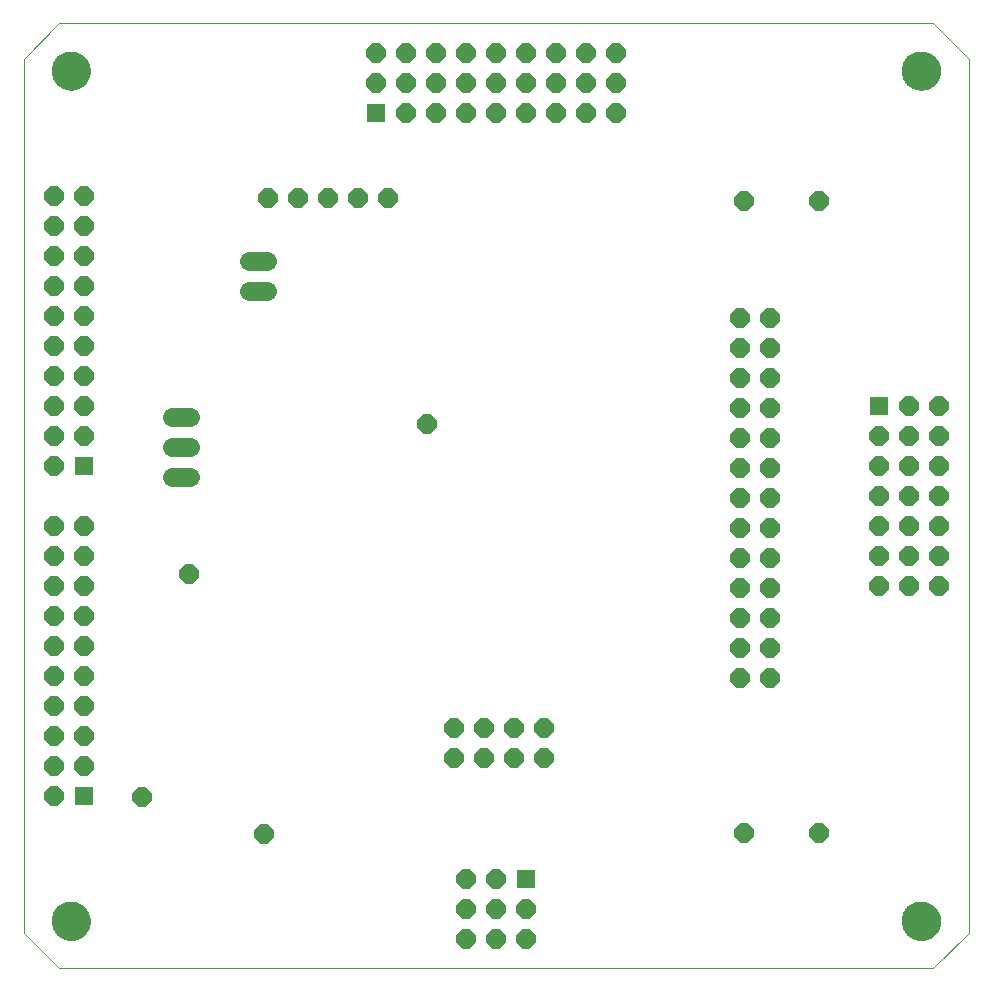
<source format=gbs>
G75*
%MOIN*%
%OFA0B0*%
%FSLAX25Y25*%
%IPPOS*%
%LPD*%
%AMOC8*
5,1,8,0,0,1.08239X$1,22.5*
%
%ADD10C,0.00000*%
%ADD11C,0.12998*%
%ADD12OC8,0.06400*%
%ADD13R,0.06400X0.06400*%
%ADD14C,0.06400*%
D10*
X0024111Y0035100D02*
X0012300Y0046911D01*
X0012300Y0338250D01*
X0024111Y0350061D01*
X0315450Y0350061D01*
X0327261Y0338250D01*
X0327261Y0046911D01*
X0315450Y0035100D01*
X0024111Y0035100D01*
X0021749Y0050848D02*
X0021751Y0051006D01*
X0021757Y0051164D01*
X0021767Y0051322D01*
X0021781Y0051480D01*
X0021799Y0051637D01*
X0021820Y0051794D01*
X0021846Y0051950D01*
X0021876Y0052106D01*
X0021909Y0052261D01*
X0021947Y0052414D01*
X0021988Y0052567D01*
X0022033Y0052719D01*
X0022082Y0052870D01*
X0022135Y0053019D01*
X0022191Y0053167D01*
X0022251Y0053313D01*
X0022315Y0053458D01*
X0022383Y0053601D01*
X0022454Y0053743D01*
X0022528Y0053883D01*
X0022606Y0054020D01*
X0022688Y0054156D01*
X0022772Y0054290D01*
X0022861Y0054421D01*
X0022952Y0054550D01*
X0023047Y0054677D01*
X0023144Y0054802D01*
X0023245Y0054924D01*
X0023349Y0055043D01*
X0023456Y0055160D01*
X0023566Y0055274D01*
X0023679Y0055385D01*
X0023794Y0055494D01*
X0023912Y0055599D01*
X0024033Y0055701D01*
X0024156Y0055801D01*
X0024282Y0055897D01*
X0024410Y0055990D01*
X0024540Y0056080D01*
X0024673Y0056166D01*
X0024808Y0056250D01*
X0024944Y0056329D01*
X0025083Y0056406D01*
X0025224Y0056478D01*
X0025366Y0056548D01*
X0025510Y0056613D01*
X0025656Y0056675D01*
X0025803Y0056733D01*
X0025952Y0056788D01*
X0026102Y0056839D01*
X0026253Y0056886D01*
X0026405Y0056929D01*
X0026558Y0056968D01*
X0026713Y0057004D01*
X0026868Y0057035D01*
X0027024Y0057063D01*
X0027180Y0057087D01*
X0027337Y0057107D01*
X0027495Y0057123D01*
X0027652Y0057135D01*
X0027811Y0057143D01*
X0027969Y0057147D01*
X0028127Y0057147D01*
X0028285Y0057143D01*
X0028444Y0057135D01*
X0028601Y0057123D01*
X0028759Y0057107D01*
X0028916Y0057087D01*
X0029072Y0057063D01*
X0029228Y0057035D01*
X0029383Y0057004D01*
X0029538Y0056968D01*
X0029691Y0056929D01*
X0029843Y0056886D01*
X0029994Y0056839D01*
X0030144Y0056788D01*
X0030293Y0056733D01*
X0030440Y0056675D01*
X0030586Y0056613D01*
X0030730Y0056548D01*
X0030872Y0056478D01*
X0031013Y0056406D01*
X0031152Y0056329D01*
X0031288Y0056250D01*
X0031423Y0056166D01*
X0031556Y0056080D01*
X0031686Y0055990D01*
X0031814Y0055897D01*
X0031940Y0055801D01*
X0032063Y0055701D01*
X0032184Y0055599D01*
X0032302Y0055494D01*
X0032417Y0055385D01*
X0032530Y0055274D01*
X0032640Y0055160D01*
X0032747Y0055043D01*
X0032851Y0054924D01*
X0032952Y0054802D01*
X0033049Y0054677D01*
X0033144Y0054550D01*
X0033235Y0054421D01*
X0033324Y0054290D01*
X0033408Y0054156D01*
X0033490Y0054020D01*
X0033568Y0053883D01*
X0033642Y0053743D01*
X0033713Y0053601D01*
X0033781Y0053458D01*
X0033845Y0053313D01*
X0033905Y0053167D01*
X0033961Y0053019D01*
X0034014Y0052870D01*
X0034063Y0052719D01*
X0034108Y0052567D01*
X0034149Y0052414D01*
X0034187Y0052261D01*
X0034220Y0052106D01*
X0034250Y0051950D01*
X0034276Y0051794D01*
X0034297Y0051637D01*
X0034315Y0051480D01*
X0034329Y0051322D01*
X0034339Y0051164D01*
X0034345Y0051006D01*
X0034347Y0050848D01*
X0034345Y0050690D01*
X0034339Y0050532D01*
X0034329Y0050374D01*
X0034315Y0050216D01*
X0034297Y0050059D01*
X0034276Y0049902D01*
X0034250Y0049746D01*
X0034220Y0049590D01*
X0034187Y0049435D01*
X0034149Y0049282D01*
X0034108Y0049129D01*
X0034063Y0048977D01*
X0034014Y0048826D01*
X0033961Y0048677D01*
X0033905Y0048529D01*
X0033845Y0048383D01*
X0033781Y0048238D01*
X0033713Y0048095D01*
X0033642Y0047953D01*
X0033568Y0047813D01*
X0033490Y0047676D01*
X0033408Y0047540D01*
X0033324Y0047406D01*
X0033235Y0047275D01*
X0033144Y0047146D01*
X0033049Y0047019D01*
X0032952Y0046894D01*
X0032851Y0046772D01*
X0032747Y0046653D01*
X0032640Y0046536D01*
X0032530Y0046422D01*
X0032417Y0046311D01*
X0032302Y0046202D01*
X0032184Y0046097D01*
X0032063Y0045995D01*
X0031940Y0045895D01*
X0031814Y0045799D01*
X0031686Y0045706D01*
X0031556Y0045616D01*
X0031423Y0045530D01*
X0031288Y0045446D01*
X0031152Y0045367D01*
X0031013Y0045290D01*
X0030872Y0045218D01*
X0030730Y0045148D01*
X0030586Y0045083D01*
X0030440Y0045021D01*
X0030293Y0044963D01*
X0030144Y0044908D01*
X0029994Y0044857D01*
X0029843Y0044810D01*
X0029691Y0044767D01*
X0029538Y0044728D01*
X0029383Y0044692D01*
X0029228Y0044661D01*
X0029072Y0044633D01*
X0028916Y0044609D01*
X0028759Y0044589D01*
X0028601Y0044573D01*
X0028444Y0044561D01*
X0028285Y0044553D01*
X0028127Y0044549D01*
X0027969Y0044549D01*
X0027811Y0044553D01*
X0027652Y0044561D01*
X0027495Y0044573D01*
X0027337Y0044589D01*
X0027180Y0044609D01*
X0027024Y0044633D01*
X0026868Y0044661D01*
X0026713Y0044692D01*
X0026558Y0044728D01*
X0026405Y0044767D01*
X0026253Y0044810D01*
X0026102Y0044857D01*
X0025952Y0044908D01*
X0025803Y0044963D01*
X0025656Y0045021D01*
X0025510Y0045083D01*
X0025366Y0045148D01*
X0025224Y0045218D01*
X0025083Y0045290D01*
X0024944Y0045367D01*
X0024808Y0045446D01*
X0024673Y0045530D01*
X0024540Y0045616D01*
X0024410Y0045706D01*
X0024282Y0045799D01*
X0024156Y0045895D01*
X0024033Y0045995D01*
X0023912Y0046097D01*
X0023794Y0046202D01*
X0023679Y0046311D01*
X0023566Y0046422D01*
X0023456Y0046536D01*
X0023349Y0046653D01*
X0023245Y0046772D01*
X0023144Y0046894D01*
X0023047Y0047019D01*
X0022952Y0047146D01*
X0022861Y0047275D01*
X0022772Y0047406D01*
X0022688Y0047540D01*
X0022606Y0047676D01*
X0022528Y0047813D01*
X0022454Y0047953D01*
X0022383Y0048095D01*
X0022315Y0048238D01*
X0022251Y0048383D01*
X0022191Y0048529D01*
X0022135Y0048677D01*
X0022082Y0048826D01*
X0022033Y0048977D01*
X0021988Y0049129D01*
X0021947Y0049282D01*
X0021909Y0049435D01*
X0021876Y0049590D01*
X0021846Y0049746D01*
X0021820Y0049902D01*
X0021799Y0050059D01*
X0021781Y0050216D01*
X0021767Y0050374D01*
X0021757Y0050532D01*
X0021751Y0050690D01*
X0021749Y0050848D01*
X0021749Y0334313D02*
X0021751Y0334471D01*
X0021757Y0334629D01*
X0021767Y0334787D01*
X0021781Y0334945D01*
X0021799Y0335102D01*
X0021820Y0335259D01*
X0021846Y0335415D01*
X0021876Y0335571D01*
X0021909Y0335726D01*
X0021947Y0335879D01*
X0021988Y0336032D01*
X0022033Y0336184D01*
X0022082Y0336335D01*
X0022135Y0336484D01*
X0022191Y0336632D01*
X0022251Y0336778D01*
X0022315Y0336923D01*
X0022383Y0337066D01*
X0022454Y0337208D01*
X0022528Y0337348D01*
X0022606Y0337485D01*
X0022688Y0337621D01*
X0022772Y0337755D01*
X0022861Y0337886D01*
X0022952Y0338015D01*
X0023047Y0338142D01*
X0023144Y0338267D01*
X0023245Y0338389D01*
X0023349Y0338508D01*
X0023456Y0338625D01*
X0023566Y0338739D01*
X0023679Y0338850D01*
X0023794Y0338959D01*
X0023912Y0339064D01*
X0024033Y0339166D01*
X0024156Y0339266D01*
X0024282Y0339362D01*
X0024410Y0339455D01*
X0024540Y0339545D01*
X0024673Y0339631D01*
X0024808Y0339715D01*
X0024944Y0339794D01*
X0025083Y0339871D01*
X0025224Y0339943D01*
X0025366Y0340013D01*
X0025510Y0340078D01*
X0025656Y0340140D01*
X0025803Y0340198D01*
X0025952Y0340253D01*
X0026102Y0340304D01*
X0026253Y0340351D01*
X0026405Y0340394D01*
X0026558Y0340433D01*
X0026713Y0340469D01*
X0026868Y0340500D01*
X0027024Y0340528D01*
X0027180Y0340552D01*
X0027337Y0340572D01*
X0027495Y0340588D01*
X0027652Y0340600D01*
X0027811Y0340608D01*
X0027969Y0340612D01*
X0028127Y0340612D01*
X0028285Y0340608D01*
X0028444Y0340600D01*
X0028601Y0340588D01*
X0028759Y0340572D01*
X0028916Y0340552D01*
X0029072Y0340528D01*
X0029228Y0340500D01*
X0029383Y0340469D01*
X0029538Y0340433D01*
X0029691Y0340394D01*
X0029843Y0340351D01*
X0029994Y0340304D01*
X0030144Y0340253D01*
X0030293Y0340198D01*
X0030440Y0340140D01*
X0030586Y0340078D01*
X0030730Y0340013D01*
X0030872Y0339943D01*
X0031013Y0339871D01*
X0031152Y0339794D01*
X0031288Y0339715D01*
X0031423Y0339631D01*
X0031556Y0339545D01*
X0031686Y0339455D01*
X0031814Y0339362D01*
X0031940Y0339266D01*
X0032063Y0339166D01*
X0032184Y0339064D01*
X0032302Y0338959D01*
X0032417Y0338850D01*
X0032530Y0338739D01*
X0032640Y0338625D01*
X0032747Y0338508D01*
X0032851Y0338389D01*
X0032952Y0338267D01*
X0033049Y0338142D01*
X0033144Y0338015D01*
X0033235Y0337886D01*
X0033324Y0337755D01*
X0033408Y0337621D01*
X0033490Y0337485D01*
X0033568Y0337348D01*
X0033642Y0337208D01*
X0033713Y0337066D01*
X0033781Y0336923D01*
X0033845Y0336778D01*
X0033905Y0336632D01*
X0033961Y0336484D01*
X0034014Y0336335D01*
X0034063Y0336184D01*
X0034108Y0336032D01*
X0034149Y0335879D01*
X0034187Y0335726D01*
X0034220Y0335571D01*
X0034250Y0335415D01*
X0034276Y0335259D01*
X0034297Y0335102D01*
X0034315Y0334945D01*
X0034329Y0334787D01*
X0034339Y0334629D01*
X0034345Y0334471D01*
X0034347Y0334313D01*
X0034345Y0334155D01*
X0034339Y0333997D01*
X0034329Y0333839D01*
X0034315Y0333681D01*
X0034297Y0333524D01*
X0034276Y0333367D01*
X0034250Y0333211D01*
X0034220Y0333055D01*
X0034187Y0332900D01*
X0034149Y0332747D01*
X0034108Y0332594D01*
X0034063Y0332442D01*
X0034014Y0332291D01*
X0033961Y0332142D01*
X0033905Y0331994D01*
X0033845Y0331848D01*
X0033781Y0331703D01*
X0033713Y0331560D01*
X0033642Y0331418D01*
X0033568Y0331278D01*
X0033490Y0331141D01*
X0033408Y0331005D01*
X0033324Y0330871D01*
X0033235Y0330740D01*
X0033144Y0330611D01*
X0033049Y0330484D01*
X0032952Y0330359D01*
X0032851Y0330237D01*
X0032747Y0330118D01*
X0032640Y0330001D01*
X0032530Y0329887D01*
X0032417Y0329776D01*
X0032302Y0329667D01*
X0032184Y0329562D01*
X0032063Y0329460D01*
X0031940Y0329360D01*
X0031814Y0329264D01*
X0031686Y0329171D01*
X0031556Y0329081D01*
X0031423Y0328995D01*
X0031288Y0328911D01*
X0031152Y0328832D01*
X0031013Y0328755D01*
X0030872Y0328683D01*
X0030730Y0328613D01*
X0030586Y0328548D01*
X0030440Y0328486D01*
X0030293Y0328428D01*
X0030144Y0328373D01*
X0029994Y0328322D01*
X0029843Y0328275D01*
X0029691Y0328232D01*
X0029538Y0328193D01*
X0029383Y0328157D01*
X0029228Y0328126D01*
X0029072Y0328098D01*
X0028916Y0328074D01*
X0028759Y0328054D01*
X0028601Y0328038D01*
X0028444Y0328026D01*
X0028285Y0328018D01*
X0028127Y0328014D01*
X0027969Y0328014D01*
X0027811Y0328018D01*
X0027652Y0328026D01*
X0027495Y0328038D01*
X0027337Y0328054D01*
X0027180Y0328074D01*
X0027024Y0328098D01*
X0026868Y0328126D01*
X0026713Y0328157D01*
X0026558Y0328193D01*
X0026405Y0328232D01*
X0026253Y0328275D01*
X0026102Y0328322D01*
X0025952Y0328373D01*
X0025803Y0328428D01*
X0025656Y0328486D01*
X0025510Y0328548D01*
X0025366Y0328613D01*
X0025224Y0328683D01*
X0025083Y0328755D01*
X0024944Y0328832D01*
X0024808Y0328911D01*
X0024673Y0328995D01*
X0024540Y0329081D01*
X0024410Y0329171D01*
X0024282Y0329264D01*
X0024156Y0329360D01*
X0024033Y0329460D01*
X0023912Y0329562D01*
X0023794Y0329667D01*
X0023679Y0329776D01*
X0023566Y0329887D01*
X0023456Y0330001D01*
X0023349Y0330118D01*
X0023245Y0330237D01*
X0023144Y0330359D01*
X0023047Y0330484D01*
X0022952Y0330611D01*
X0022861Y0330740D01*
X0022772Y0330871D01*
X0022688Y0331005D01*
X0022606Y0331141D01*
X0022528Y0331278D01*
X0022454Y0331418D01*
X0022383Y0331560D01*
X0022315Y0331703D01*
X0022251Y0331848D01*
X0022191Y0331994D01*
X0022135Y0332142D01*
X0022082Y0332291D01*
X0022033Y0332442D01*
X0021988Y0332594D01*
X0021947Y0332747D01*
X0021909Y0332900D01*
X0021876Y0333055D01*
X0021846Y0333211D01*
X0021820Y0333367D01*
X0021799Y0333524D01*
X0021781Y0333681D01*
X0021767Y0333839D01*
X0021757Y0333997D01*
X0021751Y0334155D01*
X0021749Y0334313D01*
X0305214Y0334313D02*
X0305216Y0334471D01*
X0305222Y0334629D01*
X0305232Y0334787D01*
X0305246Y0334945D01*
X0305264Y0335102D01*
X0305285Y0335259D01*
X0305311Y0335415D01*
X0305341Y0335571D01*
X0305374Y0335726D01*
X0305412Y0335879D01*
X0305453Y0336032D01*
X0305498Y0336184D01*
X0305547Y0336335D01*
X0305600Y0336484D01*
X0305656Y0336632D01*
X0305716Y0336778D01*
X0305780Y0336923D01*
X0305848Y0337066D01*
X0305919Y0337208D01*
X0305993Y0337348D01*
X0306071Y0337485D01*
X0306153Y0337621D01*
X0306237Y0337755D01*
X0306326Y0337886D01*
X0306417Y0338015D01*
X0306512Y0338142D01*
X0306609Y0338267D01*
X0306710Y0338389D01*
X0306814Y0338508D01*
X0306921Y0338625D01*
X0307031Y0338739D01*
X0307144Y0338850D01*
X0307259Y0338959D01*
X0307377Y0339064D01*
X0307498Y0339166D01*
X0307621Y0339266D01*
X0307747Y0339362D01*
X0307875Y0339455D01*
X0308005Y0339545D01*
X0308138Y0339631D01*
X0308273Y0339715D01*
X0308409Y0339794D01*
X0308548Y0339871D01*
X0308689Y0339943D01*
X0308831Y0340013D01*
X0308975Y0340078D01*
X0309121Y0340140D01*
X0309268Y0340198D01*
X0309417Y0340253D01*
X0309567Y0340304D01*
X0309718Y0340351D01*
X0309870Y0340394D01*
X0310023Y0340433D01*
X0310178Y0340469D01*
X0310333Y0340500D01*
X0310489Y0340528D01*
X0310645Y0340552D01*
X0310802Y0340572D01*
X0310960Y0340588D01*
X0311117Y0340600D01*
X0311276Y0340608D01*
X0311434Y0340612D01*
X0311592Y0340612D01*
X0311750Y0340608D01*
X0311909Y0340600D01*
X0312066Y0340588D01*
X0312224Y0340572D01*
X0312381Y0340552D01*
X0312537Y0340528D01*
X0312693Y0340500D01*
X0312848Y0340469D01*
X0313003Y0340433D01*
X0313156Y0340394D01*
X0313308Y0340351D01*
X0313459Y0340304D01*
X0313609Y0340253D01*
X0313758Y0340198D01*
X0313905Y0340140D01*
X0314051Y0340078D01*
X0314195Y0340013D01*
X0314337Y0339943D01*
X0314478Y0339871D01*
X0314617Y0339794D01*
X0314753Y0339715D01*
X0314888Y0339631D01*
X0315021Y0339545D01*
X0315151Y0339455D01*
X0315279Y0339362D01*
X0315405Y0339266D01*
X0315528Y0339166D01*
X0315649Y0339064D01*
X0315767Y0338959D01*
X0315882Y0338850D01*
X0315995Y0338739D01*
X0316105Y0338625D01*
X0316212Y0338508D01*
X0316316Y0338389D01*
X0316417Y0338267D01*
X0316514Y0338142D01*
X0316609Y0338015D01*
X0316700Y0337886D01*
X0316789Y0337755D01*
X0316873Y0337621D01*
X0316955Y0337485D01*
X0317033Y0337348D01*
X0317107Y0337208D01*
X0317178Y0337066D01*
X0317246Y0336923D01*
X0317310Y0336778D01*
X0317370Y0336632D01*
X0317426Y0336484D01*
X0317479Y0336335D01*
X0317528Y0336184D01*
X0317573Y0336032D01*
X0317614Y0335879D01*
X0317652Y0335726D01*
X0317685Y0335571D01*
X0317715Y0335415D01*
X0317741Y0335259D01*
X0317762Y0335102D01*
X0317780Y0334945D01*
X0317794Y0334787D01*
X0317804Y0334629D01*
X0317810Y0334471D01*
X0317812Y0334313D01*
X0317810Y0334155D01*
X0317804Y0333997D01*
X0317794Y0333839D01*
X0317780Y0333681D01*
X0317762Y0333524D01*
X0317741Y0333367D01*
X0317715Y0333211D01*
X0317685Y0333055D01*
X0317652Y0332900D01*
X0317614Y0332747D01*
X0317573Y0332594D01*
X0317528Y0332442D01*
X0317479Y0332291D01*
X0317426Y0332142D01*
X0317370Y0331994D01*
X0317310Y0331848D01*
X0317246Y0331703D01*
X0317178Y0331560D01*
X0317107Y0331418D01*
X0317033Y0331278D01*
X0316955Y0331141D01*
X0316873Y0331005D01*
X0316789Y0330871D01*
X0316700Y0330740D01*
X0316609Y0330611D01*
X0316514Y0330484D01*
X0316417Y0330359D01*
X0316316Y0330237D01*
X0316212Y0330118D01*
X0316105Y0330001D01*
X0315995Y0329887D01*
X0315882Y0329776D01*
X0315767Y0329667D01*
X0315649Y0329562D01*
X0315528Y0329460D01*
X0315405Y0329360D01*
X0315279Y0329264D01*
X0315151Y0329171D01*
X0315021Y0329081D01*
X0314888Y0328995D01*
X0314753Y0328911D01*
X0314617Y0328832D01*
X0314478Y0328755D01*
X0314337Y0328683D01*
X0314195Y0328613D01*
X0314051Y0328548D01*
X0313905Y0328486D01*
X0313758Y0328428D01*
X0313609Y0328373D01*
X0313459Y0328322D01*
X0313308Y0328275D01*
X0313156Y0328232D01*
X0313003Y0328193D01*
X0312848Y0328157D01*
X0312693Y0328126D01*
X0312537Y0328098D01*
X0312381Y0328074D01*
X0312224Y0328054D01*
X0312066Y0328038D01*
X0311909Y0328026D01*
X0311750Y0328018D01*
X0311592Y0328014D01*
X0311434Y0328014D01*
X0311276Y0328018D01*
X0311117Y0328026D01*
X0310960Y0328038D01*
X0310802Y0328054D01*
X0310645Y0328074D01*
X0310489Y0328098D01*
X0310333Y0328126D01*
X0310178Y0328157D01*
X0310023Y0328193D01*
X0309870Y0328232D01*
X0309718Y0328275D01*
X0309567Y0328322D01*
X0309417Y0328373D01*
X0309268Y0328428D01*
X0309121Y0328486D01*
X0308975Y0328548D01*
X0308831Y0328613D01*
X0308689Y0328683D01*
X0308548Y0328755D01*
X0308409Y0328832D01*
X0308273Y0328911D01*
X0308138Y0328995D01*
X0308005Y0329081D01*
X0307875Y0329171D01*
X0307747Y0329264D01*
X0307621Y0329360D01*
X0307498Y0329460D01*
X0307377Y0329562D01*
X0307259Y0329667D01*
X0307144Y0329776D01*
X0307031Y0329887D01*
X0306921Y0330001D01*
X0306814Y0330118D01*
X0306710Y0330237D01*
X0306609Y0330359D01*
X0306512Y0330484D01*
X0306417Y0330611D01*
X0306326Y0330740D01*
X0306237Y0330871D01*
X0306153Y0331005D01*
X0306071Y0331141D01*
X0305993Y0331278D01*
X0305919Y0331418D01*
X0305848Y0331560D01*
X0305780Y0331703D01*
X0305716Y0331848D01*
X0305656Y0331994D01*
X0305600Y0332142D01*
X0305547Y0332291D01*
X0305498Y0332442D01*
X0305453Y0332594D01*
X0305412Y0332747D01*
X0305374Y0332900D01*
X0305341Y0333055D01*
X0305311Y0333211D01*
X0305285Y0333367D01*
X0305264Y0333524D01*
X0305246Y0333681D01*
X0305232Y0333839D01*
X0305222Y0333997D01*
X0305216Y0334155D01*
X0305214Y0334313D01*
X0305214Y0050848D02*
X0305216Y0051006D01*
X0305222Y0051164D01*
X0305232Y0051322D01*
X0305246Y0051480D01*
X0305264Y0051637D01*
X0305285Y0051794D01*
X0305311Y0051950D01*
X0305341Y0052106D01*
X0305374Y0052261D01*
X0305412Y0052414D01*
X0305453Y0052567D01*
X0305498Y0052719D01*
X0305547Y0052870D01*
X0305600Y0053019D01*
X0305656Y0053167D01*
X0305716Y0053313D01*
X0305780Y0053458D01*
X0305848Y0053601D01*
X0305919Y0053743D01*
X0305993Y0053883D01*
X0306071Y0054020D01*
X0306153Y0054156D01*
X0306237Y0054290D01*
X0306326Y0054421D01*
X0306417Y0054550D01*
X0306512Y0054677D01*
X0306609Y0054802D01*
X0306710Y0054924D01*
X0306814Y0055043D01*
X0306921Y0055160D01*
X0307031Y0055274D01*
X0307144Y0055385D01*
X0307259Y0055494D01*
X0307377Y0055599D01*
X0307498Y0055701D01*
X0307621Y0055801D01*
X0307747Y0055897D01*
X0307875Y0055990D01*
X0308005Y0056080D01*
X0308138Y0056166D01*
X0308273Y0056250D01*
X0308409Y0056329D01*
X0308548Y0056406D01*
X0308689Y0056478D01*
X0308831Y0056548D01*
X0308975Y0056613D01*
X0309121Y0056675D01*
X0309268Y0056733D01*
X0309417Y0056788D01*
X0309567Y0056839D01*
X0309718Y0056886D01*
X0309870Y0056929D01*
X0310023Y0056968D01*
X0310178Y0057004D01*
X0310333Y0057035D01*
X0310489Y0057063D01*
X0310645Y0057087D01*
X0310802Y0057107D01*
X0310960Y0057123D01*
X0311117Y0057135D01*
X0311276Y0057143D01*
X0311434Y0057147D01*
X0311592Y0057147D01*
X0311750Y0057143D01*
X0311909Y0057135D01*
X0312066Y0057123D01*
X0312224Y0057107D01*
X0312381Y0057087D01*
X0312537Y0057063D01*
X0312693Y0057035D01*
X0312848Y0057004D01*
X0313003Y0056968D01*
X0313156Y0056929D01*
X0313308Y0056886D01*
X0313459Y0056839D01*
X0313609Y0056788D01*
X0313758Y0056733D01*
X0313905Y0056675D01*
X0314051Y0056613D01*
X0314195Y0056548D01*
X0314337Y0056478D01*
X0314478Y0056406D01*
X0314617Y0056329D01*
X0314753Y0056250D01*
X0314888Y0056166D01*
X0315021Y0056080D01*
X0315151Y0055990D01*
X0315279Y0055897D01*
X0315405Y0055801D01*
X0315528Y0055701D01*
X0315649Y0055599D01*
X0315767Y0055494D01*
X0315882Y0055385D01*
X0315995Y0055274D01*
X0316105Y0055160D01*
X0316212Y0055043D01*
X0316316Y0054924D01*
X0316417Y0054802D01*
X0316514Y0054677D01*
X0316609Y0054550D01*
X0316700Y0054421D01*
X0316789Y0054290D01*
X0316873Y0054156D01*
X0316955Y0054020D01*
X0317033Y0053883D01*
X0317107Y0053743D01*
X0317178Y0053601D01*
X0317246Y0053458D01*
X0317310Y0053313D01*
X0317370Y0053167D01*
X0317426Y0053019D01*
X0317479Y0052870D01*
X0317528Y0052719D01*
X0317573Y0052567D01*
X0317614Y0052414D01*
X0317652Y0052261D01*
X0317685Y0052106D01*
X0317715Y0051950D01*
X0317741Y0051794D01*
X0317762Y0051637D01*
X0317780Y0051480D01*
X0317794Y0051322D01*
X0317804Y0051164D01*
X0317810Y0051006D01*
X0317812Y0050848D01*
X0317810Y0050690D01*
X0317804Y0050532D01*
X0317794Y0050374D01*
X0317780Y0050216D01*
X0317762Y0050059D01*
X0317741Y0049902D01*
X0317715Y0049746D01*
X0317685Y0049590D01*
X0317652Y0049435D01*
X0317614Y0049282D01*
X0317573Y0049129D01*
X0317528Y0048977D01*
X0317479Y0048826D01*
X0317426Y0048677D01*
X0317370Y0048529D01*
X0317310Y0048383D01*
X0317246Y0048238D01*
X0317178Y0048095D01*
X0317107Y0047953D01*
X0317033Y0047813D01*
X0316955Y0047676D01*
X0316873Y0047540D01*
X0316789Y0047406D01*
X0316700Y0047275D01*
X0316609Y0047146D01*
X0316514Y0047019D01*
X0316417Y0046894D01*
X0316316Y0046772D01*
X0316212Y0046653D01*
X0316105Y0046536D01*
X0315995Y0046422D01*
X0315882Y0046311D01*
X0315767Y0046202D01*
X0315649Y0046097D01*
X0315528Y0045995D01*
X0315405Y0045895D01*
X0315279Y0045799D01*
X0315151Y0045706D01*
X0315021Y0045616D01*
X0314888Y0045530D01*
X0314753Y0045446D01*
X0314617Y0045367D01*
X0314478Y0045290D01*
X0314337Y0045218D01*
X0314195Y0045148D01*
X0314051Y0045083D01*
X0313905Y0045021D01*
X0313758Y0044963D01*
X0313609Y0044908D01*
X0313459Y0044857D01*
X0313308Y0044810D01*
X0313156Y0044767D01*
X0313003Y0044728D01*
X0312848Y0044692D01*
X0312693Y0044661D01*
X0312537Y0044633D01*
X0312381Y0044609D01*
X0312224Y0044589D01*
X0312066Y0044573D01*
X0311909Y0044561D01*
X0311750Y0044553D01*
X0311592Y0044549D01*
X0311434Y0044549D01*
X0311276Y0044553D01*
X0311117Y0044561D01*
X0310960Y0044573D01*
X0310802Y0044589D01*
X0310645Y0044609D01*
X0310489Y0044633D01*
X0310333Y0044661D01*
X0310178Y0044692D01*
X0310023Y0044728D01*
X0309870Y0044767D01*
X0309718Y0044810D01*
X0309567Y0044857D01*
X0309417Y0044908D01*
X0309268Y0044963D01*
X0309121Y0045021D01*
X0308975Y0045083D01*
X0308831Y0045148D01*
X0308689Y0045218D01*
X0308548Y0045290D01*
X0308409Y0045367D01*
X0308273Y0045446D01*
X0308138Y0045530D01*
X0308005Y0045616D01*
X0307875Y0045706D01*
X0307747Y0045799D01*
X0307621Y0045895D01*
X0307498Y0045995D01*
X0307377Y0046097D01*
X0307259Y0046202D01*
X0307144Y0046311D01*
X0307031Y0046422D01*
X0306921Y0046536D01*
X0306814Y0046653D01*
X0306710Y0046772D01*
X0306609Y0046894D01*
X0306512Y0047019D01*
X0306417Y0047146D01*
X0306326Y0047275D01*
X0306237Y0047406D01*
X0306153Y0047540D01*
X0306071Y0047676D01*
X0305993Y0047813D01*
X0305919Y0047953D01*
X0305848Y0048095D01*
X0305780Y0048238D01*
X0305716Y0048383D01*
X0305656Y0048529D01*
X0305600Y0048677D01*
X0305547Y0048826D01*
X0305498Y0048977D01*
X0305453Y0049129D01*
X0305412Y0049282D01*
X0305374Y0049435D01*
X0305341Y0049590D01*
X0305311Y0049746D01*
X0305285Y0049902D01*
X0305264Y0050059D01*
X0305246Y0050216D01*
X0305232Y0050374D01*
X0305222Y0050532D01*
X0305216Y0050690D01*
X0305214Y0050848D01*
D11*
X0311513Y0050848D03*
X0311513Y0334313D03*
X0028048Y0334313D03*
X0028048Y0050848D03*
D12*
X0051800Y0092100D03*
X0032261Y0102561D03*
X0022261Y0102561D03*
X0022261Y0092561D03*
X0022261Y0112561D03*
X0022261Y0122561D03*
X0032261Y0122561D03*
X0032261Y0112561D03*
X0032261Y0132561D03*
X0022261Y0132561D03*
X0022261Y0142561D03*
X0022261Y0152561D03*
X0032261Y0152561D03*
X0032261Y0142561D03*
X0032261Y0162561D03*
X0032261Y0172561D03*
X0022261Y0172561D03*
X0022261Y0162561D03*
X0022261Y0182561D03*
X0032261Y0182561D03*
X0022261Y0202561D03*
X0022261Y0212561D03*
X0022261Y0222561D03*
X0032261Y0222561D03*
X0032261Y0212561D03*
X0032261Y0232561D03*
X0032261Y0242561D03*
X0022261Y0242561D03*
X0022261Y0232561D03*
X0022261Y0252561D03*
X0032261Y0252561D03*
X0032261Y0262561D03*
X0032261Y0272561D03*
X0022261Y0272561D03*
X0022261Y0262561D03*
X0022261Y0282561D03*
X0022261Y0292561D03*
X0032261Y0292561D03*
X0032261Y0282561D03*
X0093800Y0292000D03*
X0103800Y0292000D03*
X0113800Y0292000D03*
X0123800Y0292000D03*
X0133800Y0292000D03*
X0139820Y0320161D03*
X0139820Y0330161D03*
X0139820Y0340161D03*
X0149820Y0340161D03*
X0159820Y0340161D03*
X0169820Y0340161D03*
X0179820Y0340161D03*
X0189820Y0340161D03*
X0199820Y0340161D03*
X0209820Y0340161D03*
X0209820Y0330161D03*
X0199820Y0330161D03*
X0199820Y0320161D03*
X0209820Y0320161D03*
X0189820Y0320161D03*
X0189820Y0330161D03*
X0179820Y0330161D03*
X0179820Y0320161D03*
X0169820Y0320161D03*
X0169820Y0330161D03*
X0159820Y0330161D03*
X0159820Y0320161D03*
X0149820Y0320161D03*
X0149820Y0330161D03*
X0129820Y0330161D03*
X0129820Y0340161D03*
X0146700Y0216700D03*
X0067300Y0166600D03*
X0092300Y0080000D03*
X0155800Y0105200D03*
X0155800Y0115200D03*
X0165800Y0115200D03*
X0165800Y0105200D03*
X0175800Y0105200D03*
X0175800Y0115200D03*
X0185800Y0115200D03*
X0185800Y0105200D03*
X0169700Y0065000D03*
X0169700Y0055000D03*
X0159700Y0055000D03*
X0159700Y0065000D03*
X0159700Y0045000D03*
X0169700Y0045000D03*
X0179700Y0045000D03*
X0179700Y0055000D03*
X0252300Y0080100D03*
X0277300Y0080100D03*
X0261220Y0131980D03*
X0261220Y0141980D03*
X0251220Y0141980D03*
X0251220Y0131980D03*
X0251220Y0151980D03*
X0251220Y0161980D03*
X0251220Y0171980D03*
X0251220Y0181980D03*
X0251220Y0191980D03*
X0251220Y0201980D03*
X0251220Y0211980D03*
X0251220Y0221980D03*
X0251220Y0231980D03*
X0251220Y0241980D03*
X0251220Y0251980D03*
X0261220Y0251980D03*
X0261220Y0241980D03*
X0261220Y0231980D03*
X0261220Y0221980D03*
X0261220Y0211980D03*
X0261220Y0201980D03*
X0261220Y0191980D03*
X0261220Y0181980D03*
X0261220Y0171980D03*
X0261220Y0161980D03*
X0261220Y0151980D03*
X0297300Y0162600D03*
X0297300Y0172600D03*
X0307300Y0172600D03*
X0307300Y0162600D03*
X0317300Y0162600D03*
X0317300Y0172600D03*
X0317300Y0182600D03*
X0317300Y0192600D03*
X0317300Y0202600D03*
X0317300Y0212600D03*
X0317300Y0222600D03*
X0307300Y0222600D03*
X0307300Y0212600D03*
X0297300Y0212600D03*
X0297300Y0202600D03*
X0297300Y0192600D03*
X0307300Y0192600D03*
X0307300Y0202600D03*
X0307300Y0182600D03*
X0297300Y0182600D03*
X0277300Y0291000D03*
X0252300Y0291000D03*
D13*
X0297300Y0222600D03*
X0179700Y0065000D03*
X0032261Y0092561D03*
X0032261Y0202561D03*
X0129820Y0320161D03*
D14*
X0093400Y0270800D02*
X0087400Y0270800D01*
X0087400Y0260800D02*
X0093400Y0260800D01*
X0067900Y0218900D02*
X0061900Y0218900D01*
X0061900Y0208900D02*
X0067900Y0208900D01*
X0067900Y0198900D02*
X0061900Y0198900D01*
M02*

</source>
